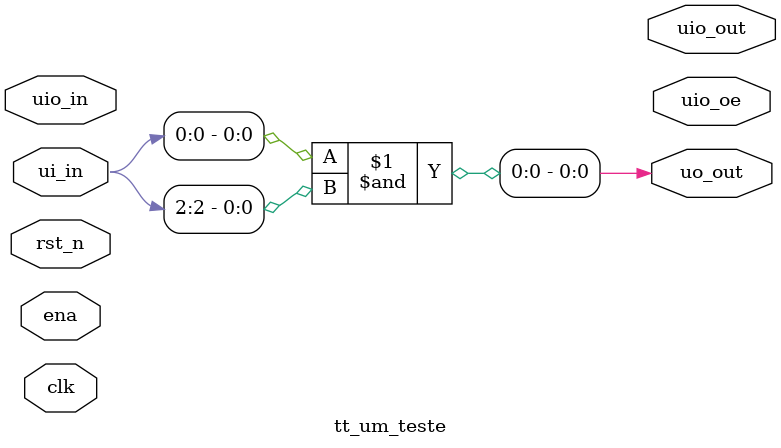
<source format=v>
module tt_um_teste (
    input  wire [7:0] ui_in,    // Dedicated inputs
    output wire [7:0] uo_out,   // Dedicated outputs
    input  wire [7:0] uio_in,   // IOs: Input path
    output wire [7:0] uio_out,  // IOs: Output path
    output wire [7:0] uio_oe,   // IOs: Enable path (active high: 0=input, 1=output)
    input  wire       ena,      // will go high when the design is enabled
    input  wire       clk,      // clock
    input  wire       rst_n     // reset_n - low to reset
);

assign uo_out[0] = ui_in[0] & ui_in[2];

endmodule
</source>
